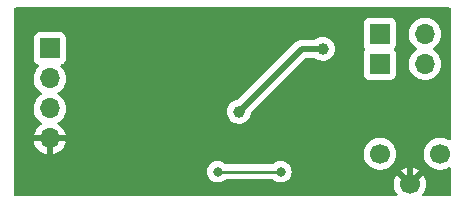
<source format=gbr>
%TF.GenerationSoftware,KiCad,Pcbnew,(6.0.6)*%
%TF.CreationDate,2023-04-07T17:46:17+02:00*%
%TF.ProjectId,LedDriver,4c656444-7269-4766-9572-2e6b69636164,rev?*%
%TF.SameCoordinates,Original*%
%TF.FileFunction,Copper,L2,Bot*%
%TF.FilePolarity,Positive*%
%FSLAX46Y46*%
G04 Gerber Fmt 4.6, Leading zero omitted, Abs format (unit mm)*
G04 Created by KiCad (PCBNEW (6.0.6)) date 2023-04-07 17:46:17*
%MOMM*%
%LPD*%
G01*
G04 APERTURE LIST*
%TA.AperFunction,ComponentPad*%
%ADD10R,1.700000X1.700000*%
%TD*%
%TA.AperFunction,ComponentPad*%
%ADD11O,1.700000X1.700000*%
%TD*%
%TA.AperFunction,ComponentPad*%
%ADD12C,1.700000*%
%TD*%
%TA.AperFunction,ViaPad*%
%ADD13C,1.000000*%
%TD*%
%TA.AperFunction,ViaPad*%
%ADD14C,0.800000*%
%TD*%
%TA.AperFunction,Conductor*%
%ADD15C,0.500000*%
%TD*%
%TA.AperFunction,Conductor*%
%ADD16C,0.250000*%
%TD*%
G04 APERTURE END LIST*
D10*
%TO.P,D1,1,A*%
%TO.N,/Vout*%
X157480000Y-81280000D03*
X157480000Y-78740000D03*
D11*
%TO.P,D1,2,K*%
%TO.N,/Vfb*%
X161290000Y-81280000D03*
X161290000Y-78740000D03*
%TD*%
D12*
%TO.P,RV1,1,1*%
%TO.N,/Vfb*%
X157480000Y-88900000D03*
%TO.P,RV1,2,2*%
%TO.N,GND*%
X160020000Y-91440000D03*
%TO.P,RV1,3,3*%
%TO.N,unconnected-(RV1-Pad3)*%
X162560000Y-88900000D03*
%TD*%
D10*
%TO.P,J1,1,P1*%
%TO.N,VCC*%
X129540000Y-79985000D03*
D11*
%TO.P,J1,2,P2*%
%TO.N,Net-(J1-Pad2)*%
X129540000Y-82525000D03*
%TO.P,J1,3,P3*%
%TO.N,Net-(J1-Pad3)*%
X129540000Y-85065000D03*
%TO.P,J1,4,P4*%
%TO.N,GND*%
X129540000Y-87605000D03*
%TD*%
D13*
%TO.N,GND*%
X154432000Y-85344000D03*
D14*
%TO.N,/CTRL*%
X143764000Y-90424000D03*
X149098000Y-90424000D03*
D13*
%TO.N,GND*%
X143764000Y-88900000D03*
%TO.N,Net-(L1-Pad2)*%
X152654000Y-80010000D03*
X145542000Y-85344000D03*
%TD*%
D15*
%TO.N,GND*%
X157734000Y-85344000D02*
X154432000Y-85344000D01*
X160020000Y-87630000D02*
X157734000Y-85344000D01*
X160020000Y-91440000D02*
X160020000Y-87630000D01*
X147320000Y-85344000D02*
X154432000Y-85344000D01*
X143764000Y-88900000D02*
X147320000Y-85344000D01*
X142469000Y-87605000D02*
X143764000Y-88900000D01*
X129540000Y-87605000D02*
X142469000Y-87605000D01*
D16*
%TO.N,/CTRL*%
X143764000Y-90424000D02*
X149098000Y-90424000D01*
D15*
%TO.N,Net-(L1-Pad2)*%
X145542000Y-85344000D02*
X149352000Y-81534000D01*
X149352000Y-81534000D02*
X150876000Y-80010000D01*
X150876000Y-80010000D02*
X152654000Y-80010000D01*
%TD*%
%TA.AperFunction,Conductor*%
%TO.N,GND*%
G36*
X163433621Y-76528502D02*
G01*
X163480114Y-76582158D01*
X163491500Y-76634500D01*
X163491500Y-87648906D01*
X163471498Y-87717027D01*
X163417842Y-87763520D01*
X163347568Y-87773624D01*
X163304610Y-87759216D01*
X163118789Y-87656638D01*
X163113920Y-87654914D01*
X163113916Y-87654912D01*
X162913087Y-87583795D01*
X162913083Y-87583794D01*
X162908212Y-87582069D01*
X162903119Y-87581162D01*
X162903116Y-87581161D01*
X162693373Y-87543800D01*
X162693367Y-87543799D01*
X162688284Y-87542894D01*
X162614452Y-87541992D01*
X162470081Y-87540228D01*
X162470079Y-87540228D01*
X162464911Y-87540165D01*
X162244091Y-87573955D01*
X162031756Y-87643357D01*
X161833607Y-87746507D01*
X161829474Y-87749610D01*
X161829471Y-87749612D01*
X161665179Y-87872966D01*
X161654965Y-87880635D01*
X161500629Y-88042138D01*
X161374743Y-88226680D01*
X161280688Y-88429305D01*
X161220989Y-88644570D01*
X161197251Y-88866695D01*
X161197548Y-88871848D01*
X161197548Y-88871851D01*
X161203011Y-88966590D01*
X161210110Y-89089715D01*
X161211247Y-89094761D01*
X161211248Y-89094767D01*
X161231119Y-89182939D01*
X161259222Y-89307639D01*
X161343266Y-89514616D01*
X161345965Y-89519020D01*
X161418118Y-89636763D01*
X161459987Y-89705088D01*
X161606250Y-89873938D01*
X161778126Y-90016632D01*
X161971000Y-90129338D01*
X162179692Y-90209030D01*
X162184760Y-90210061D01*
X162184763Y-90210062D01*
X162271919Y-90227794D01*
X162398597Y-90253567D01*
X162403772Y-90253757D01*
X162403774Y-90253757D01*
X162616673Y-90261564D01*
X162616677Y-90261564D01*
X162621837Y-90261753D01*
X162626957Y-90261097D01*
X162626959Y-90261097D01*
X162838288Y-90234025D01*
X162838289Y-90234025D01*
X162843416Y-90233368D01*
X162861995Y-90227794D01*
X163052429Y-90170661D01*
X163052434Y-90170659D01*
X163057384Y-90169174D01*
X163257994Y-90070896D01*
X163262199Y-90067896D01*
X163262205Y-90067893D01*
X163292332Y-90046403D01*
X163359405Y-90023130D01*
X163428414Y-90039813D01*
X163477447Y-90091157D01*
X163491500Y-90148982D01*
X163491500Y-92365500D01*
X163471498Y-92433621D01*
X163417842Y-92480114D01*
X163365500Y-92491500D01*
X161182447Y-92491500D01*
X161114326Y-92471498D01*
X161067833Y-92417842D01*
X161057729Y-92347568D01*
X161080124Y-92291974D01*
X161185009Y-92146011D01*
X161190313Y-92137183D01*
X161284670Y-91946267D01*
X161288469Y-91936672D01*
X161350376Y-91732915D01*
X161352555Y-91722834D01*
X161380590Y-91509887D01*
X161381109Y-91503212D01*
X161382572Y-91443364D01*
X161382378Y-91436646D01*
X161364781Y-91222604D01*
X161363096Y-91212424D01*
X161311214Y-91005875D01*
X161307894Y-90996124D01*
X161222972Y-90800814D01*
X161218105Y-90791739D01*
X161153063Y-90691197D01*
X161142377Y-90681995D01*
X161132812Y-90686398D01*
X160109095Y-91710115D01*
X160046783Y-91744141D01*
X159975968Y-91739076D01*
X159930905Y-91710115D01*
X158909849Y-90689059D01*
X158898313Y-90682759D01*
X158886031Y-90692382D01*
X158838089Y-90762662D01*
X158833004Y-90771613D01*
X158743338Y-90964783D01*
X158739775Y-90974470D01*
X158682864Y-91179681D01*
X158680933Y-91189800D01*
X158658302Y-91401574D01*
X158658050Y-91411863D01*
X158670309Y-91624477D01*
X158671745Y-91634697D01*
X158718565Y-91842446D01*
X158721645Y-91852275D01*
X158801770Y-92049603D01*
X158806413Y-92058794D01*
X158917694Y-92240388D01*
X158923772Y-92248691D01*
X158953493Y-92283003D01*
X158982975Y-92347589D01*
X158972860Y-92417861D01*
X158926358Y-92471509D01*
X158858255Y-92491500D01*
X126634500Y-92491500D01*
X126566379Y-92471498D01*
X126519886Y-92417842D01*
X126508500Y-92365500D01*
X126508500Y-90424000D01*
X142850496Y-90424000D01*
X142870458Y-90613928D01*
X142929473Y-90795556D01*
X143024960Y-90960944D01*
X143152747Y-91102866D01*
X143307248Y-91215118D01*
X143313276Y-91217802D01*
X143313278Y-91217803D01*
X143475681Y-91290109D01*
X143481712Y-91292794D01*
X143575112Y-91312647D01*
X143662056Y-91331128D01*
X143662061Y-91331128D01*
X143668513Y-91332500D01*
X143859487Y-91332500D01*
X143865939Y-91331128D01*
X143865944Y-91331128D01*
X143952888Y-91312647D01*
X144046288Y-91292794D01*
X144052319Y-91290109D01*
X144214722Y-91217803D01*
X144214724Y-91217802D01*
X144220752Y-91215118D01*
X144375253Y-91102866D01*
X144379668Y-91097963D01*
X144384580Y-91093540D01*
X144385705Y-91094789D01*
X144439014Y-91061949D01*
X144472200Y-91057500D01*
X148389800Y-91057500D01*
X148457921Y-91077502D01*
X148477147Y-91093843D01*
X148477420Y-91093540D01*
X148482332Y-91097963D01*
X148486747Y-91102866D01*
X148641248Y-91215118D01*
X148647276Y-91217802D01*
X148647278Y-91217803D01*
X148809681Y-91290109D01*
X148815712Y-91292794D01*
X148909112Y-91312647D01*
X148996056Y-91331128D01*
X148996061Y-91331128D01*
X149002513Y-91332500D01*
X149193487Y-91332500D01*
X149199939Y-91331128D01*
X149199944Y-91331128D01*
X149286888Y-91312647D01*
X149380288Y-91292794D01*
X149386319Y-91290109D01*
X149548722Y-91217803D01*
X149548724Y-91217802D01*
X149554752Y-91215118D01*
X149709253Y-91102866D01*
X149837040Y-90960944D01*
X149932527Y-90795556D01*
X149991542Y-90613928D01*
X150011504Y-90424000D01*
X150000197Y-90316427D01*
X159261223Y-90316427D01*
X159267968Y-90328758D01*
X160007188Y-91067978D01*
X160021132Y-91075592D01*
X160022965Y-91075461D01*
X160029580Y-91071210D01*
X160773389Y-90327401D01*
X160780410Y-90314544D01*
X160773611Y-90305213D01*
X160769554Y-90302518D01*
X160583117Y-90199599D01*
X160573705Y-90195369D01*
X160372959Y-90124280D01*
X160362989Y-90121646D01*
X160153327Y-90084301D01*
X160143073Y-90083331D01*
X159930116Y-90080728D01*
X159919832Y-90081448D01*
X159709321Y-90113661D01*
X159699293Y-90116050D01*
X159496868Y-90182212D01*
X159487359Y-90186209D01*
X159298466Y-90284540D01*
X159289734Y-90290039D01*
X159269677Y-90305099D01*
X159261223Y-90316427D01*
X150000197Y-90316427D01*
X149996846Y-90284540D01*
X149992232Y-90240635D01*
X149992232Y-90240633D01*
X149991542Y-90234072D01*
X149932527Y-90052444D01*
X149925235Y-90039813D01*
X149870015Y-89944171D01*
X149837040Y-89887056D01*
X149709253Y-89745134D01*
X149554752Y-89632882D01*
X149548724Y-89630198D01*
X149548722Y-89630197D01*
X149386319Y-89557891D01*
X149386318Y-89557891D01*
X149380288Y-89555206D01*
X149286887Y-89535353D01*
X149199944Y-89516872D01*
X149199939Y-89516872D01*
X149193487Y-89515500D01*
X149002513Y-89515500D01*
X148996061Y-89516872D01*
X148996056Y-89516872D01*
X148909113Y-89535353D01*
X148815712Y-89555206D01*
X148809682Y-89557891D01*
X148809681Y-89557891D01*
X148647278Y-89630197D01*
X148647276Y-89630198D01*
X148641248Y-89632882D01*
X148486747Y-89745134D01*
X148482332Y-89750037D01*
X148477420Y-89754460D01*
X148476295Y-89753211D01*
X148422986Y-89786051D01*
X148389800Y-89790500D01*
X144472200Y-89790500D01*
X144404079Y-89770498D01*
X144384853Y-89754157D01*
X144384580Y-89754460D01*
X144379668Y-89750037D01*
X144375253Y-89745134D01*
X144220752Y-89632882D01*
X144214724Y-89630198D01*
X144214722Y-89630197D01*
X144052319Y-89557891D01*
X144052318Y-89557891D01*
X144046288Y-89555206D01*
X143952887Y-89535353D01*
X143865944Y-89516872D01*
X143865939Y-89516872D01*
X143859487Y-89515500D01*
X143668513Y-89515500D01*
X143662061Y-89516872D01*
X143662056Y-89516872D01*
X143575113Y-89535353D01*
X143481712Y-89555206D01*
X143475682Y-89557891D01*
X143475681Y-89557891D01*
X143313278Y-89630197D01*
X143313276Y-89630198D01*
X143307248Y-89632882D01*
X143152747Y-89745134D01*
X143024960Y-89887056D01*
X142991985Y-89944171D01*
X142936766Y-90039813D01*
X142929473Y-90052444D01*
X142870458Y-90234072D01*
X142869768Y-90240633D01*
X142869768Y-90240635D01*
X142865154Y-90284540D01*
X142850496Y-90424000D01*
X126508500Y-90424000D01*
X126508500Y-87872966D01*
X128208257Y-87872966D01*
X128238565Y-88007446D01*
X128241645Y-88017275D01*
X128321770Y-88214603D01*
X128326413Y-88223794D01*
X128437694Y-88405388D01*
X128443777Y-88413699D01*
X128583213Y-88574667D01*
X128590580Y-88581883D01*
X128754434Y-88717916D01*
X128762881Y-88723831D01*
X128946756Y-88831279D01*
X128956042Y-88835729D01*
X129155001Y-88911703D01*
X129164899Y-88914579D01*
X129268250Y-88935606D01*
X129282299Y-88934410D01*
X129286000Y-88924065D01*
X129286000Y-88923517D01*
X129794000Y-88923517D01*
X129798064Y-88937359D01*
X129811478Y-88939393D01*
X129818184Y-88938534D01*
X129828262Y-88936392D01*
X130032255Y-88875191D01*
X130041842Y-88871433D01*
X130051513Y-88866695D01*
X156117251Y-88866695D01*
X156117548Y-88871848D01*
X156117548Y-88871851D01*
X156123011Y-88966590D01*
X156130110Y-89089715D01*
X156131247Y-89094761D01*
X156131248Y-89094767D01*
X156151119Y-89182939D01*
X156179222Y-89307639D01*
X156263266Y-89514616D01*
X156265965Y-89519020D01*
X156338118Y-89636763D01*
X156379987Y-89705088D01*
X156526250Y-89873938D01*
X156698126Y-90016632D01*
X156891000Y-90129338D01*
X157099692Y-90209030D01*
X157104760Y-90210061D01*
X157104763Y-90210062D01*
X157191919Y-90227794D01*
X157318597Y-90253567D01*
X157323772Y-90253757D01*
X157323774Y-90253757D01*
X157536673Y-90261564D01*
X157536677Y-90261564D01*
X157541837Y-90261753D01*
X157546957Y-90261097D01*
X157546959Y-90261097D01*
X157758288Y-90234025D01*
X157758289Y-90234025D01*
X157763416Y-90233368D01*
X157781995Y-90227794D01*
X157972429Y-90170661D01*
X157972434Y-90170659D01*
X157977384Y-90169174D01*
X158177994Y-90070896D01*
X158359860Y-89941173D01*
X158408429Y-89892774D01*
X158514435Y-89787137D01*
X158518096Y-89783489D01*
X158577594Y-89700689D01*
X158645435Y-89606277D01*
X158648453Y-89602077D01*
X158747430Y-89401811D01*
X158812370Y-89188069D01*
X158841529Y-88966590D01*
X158842194Y-88939393D01*
X158843074Y-88903365D01*
X158843074Y-88903361D01*
X158843156Y-88900000D01*
X158824852Y-88677361D01*
X158770431Y-88460702D01*
X158681354Y-88255840D01*
X158641906Y-88194862D01*
X158562822Y-88072617D01*
X158562820Y-88072614D01*
X158560014Y-88068277D01*
X158409670Y-87903051D01*
X158405619Y-87899852D01*
X158405615Y-87899848D01*
X158238414Y-87767800D01*
X158238410Y-87767798D01*
X158234359Y-87764598D01*
X158038789Y-87656638D01*
X158033920Y-87654914D01*
X158033916Y-87654912D01*
X157833087Y-87583795D01*
X157833083Y-87583794D01*
X157828212Y-87582069D01*
X157823119Y-87581162D01*
X157823116Y-87581161D01*
X157613373Y-87543800D01*
X157613367Y-87543799D01*
X157608284Y-87542894D01*
X157534452Y-87541992D01*
X157390081Y-87540228D01*
X157390079Y-87540228D01*
X157384911Y-87540165D01*
X157164091Y-87573955D01*
X156951756Y-87643357D01*
X156753607Y-87746507D01*
X156749474Y-87749610D01*
X156749471Y-87749612D01*
X156585179Y-87872966D01*
X156574965Y-87880635D01*
X156420629Y-88042138D01*
X156294743Y-88226680D01*
X156200688Y-88429305D01*
X156140989Y-88644570D01*
X156117251Y-88866695D01*
X130051513Y-88866695D01*
X130233095Y-88777739D01*
X130241945Y-88772464D01*
X130415328Y-88648792D01*
X130423200Y-88642139D01*
X130574052Y-88491812D01*
X130580730Y-88483965D01*
X130705003Y-88311020D01*
X130710313Y-88302183D01*
X130804670Y-88111267D01*
X130808469Y-88101672D01*
X130870377Y-87897910D01*
X130872555Y-87887837D01*
X130873986Y-87876962D01*
X130871775Y-87862778D01*
X130858617Y-87859000D01*
X129812115Y-87859000D01*
X129796876Y-87863475D01*
X129795671Y-87864865D01*
X129794000Y-87872548D01*
X129794000Y-88923517D01*
X129286000Y-88923517D01*
X129286000Y-87877115D01*
X129281525Y-87861876D01*
X129280135Y-87860671D01*
X129272452Y-87859000D01*
X128223225Y-87859000D01*
X128209694Y-87862973D01*
X128208257Y-87872966D01*
X126508500Y-87872966D01*
X126508500Y-85031695D01*
X128177251Y-85031695D01*
X128177548Y-85036848D01*
X128177548Y-85036851D01*
X128189812Y-85249547D01*
X128190110Y-85254715D01*
X128191247Y-85259761D01*
X128191248Y-85259767D01*
X128211119Y-85347939D01*
X128239222Y-85472639D01*
X128323266Y-85679616D01*
X128439987Y-85870088D01*
X128586250Y-86038938D01*
X128758126Y-86181632D01*
X128793673Y-86202404D01*
X128831955Y-86224774D01*
X128880679Y-86276412D01*
X128893750Y-86346195D01*
X128867019Y-86411967D01*
X128826562Y-86445327D01*
X128818457Y-86449546D01*
X128809738Y-86455036D01*
X128639433Y-86582905D01*
X128631726Y-86589748D01*
X128484590Y-86743717D01*
X128478104Y-86751727D01*
X128358098Y-86927649D01*
X128353000Y-86936623D01*
X128263338Y-87129783D01*
X128259775Y-87139470D01*
X128204389Y-87339183D01*
X128205912Y-87347607D01*
X128218292Y-87351000D01*
X130858344Y-87351000D01*
X130871875Y-87347027D01*
X130873180Y-87337947D01*
X130831214Y-87170875D01*
X130827894Y-87161124D01*
X130742972Y-86965814D01*
X130738105Y-86956739D01*
X130622426Y-86777926D01*
X130616136Y-86769757D01*
X130472806Y-86612240D01*
X130465273Y-86605215D01*
X130298139Y-86473222D01*
X130289556Y-86467520D01*
X130252602Y-86447120D01*
X130202631Y-86396687D01*
X130187859Y-86327245D01*
X130212975Y-86260839D01*
X130240327Y-86234232D01*
X130294166Y-86195829D01*
X130419860Y-86106173D01*
X130452952Y-86073197D01*
X130574435Y-85952137D01*
X130578096Y-85948489D01*
X130637594Y-85865689D01*
X130705435Y-85771277D01*
X130708453Y-85767077D01*
X130807430Y-85566811D01*
X130872370Y-85353069D01*
X130875427Y-85329851D01*
X144528719Y-85329851D01*
X144545268Y-85526934D01*
X144546967Y-85532858D01*
X144590312Y-85684020D01*
X144599783Y-85717050D01*
X144602602Y-85722535D01*
X144676174Y-85865689D01*
X144690187Y-85892956D01*
X144813035Y-86047953D01*
X144963650Y-86176136D01*
X145136294Y-86272624D01*
X145324392Y-86333740D01*
X145520777Y-86357158D01*
X145526912Y-86356686D01*
X145526914Y-86356686D01*
X145711830Y-86342457D01*
X145711834Y-86342456D01*
X145717972Y-86341984D01*
X145908463Y-86288798D01*
X145913967Y-86286018D01*
X145913969Y-86286017D01*
X146079495Y-86202404D01*
X146079497Y-86202403D01*
X146084996Y-86199625D01*
X146240847Y-86077861D01*
X146352518Y-85948489D01*
X146366049Y-85932813D01*
X146366050Y-85932811D01*
X146370078Y-85928145D01*
X146467769Y-85756179D01*
X146530197Y-85568513D01*
X146545038Y-85451035D01*
X146573420Y-85385958D01*
X146580949Y-85377732D01*
X149780547Y-82178134D01*
X156121500Y-82178134D01*
X156128255Y-82240316D01*
X156179385Y-82376705D01*
X156266739Y-82493261D01*
X156383295Y-82580615D01*
X156519684Y-82631745D01*
X156581866Y-82638500D01*
X158378134Y-82638500D01*
X158440316Y-82631745D01*
X158576705Y-82580615D01*
X158693261Y-82493261D01*
X158780615Y-82376705D01*
X158831745Y-82240316D01*
X158838500Y-82178134D01*
X158838500Y-81246695D01*
X159927251Y-81246695D01*
X159927548Y-81251848D01*
X159927548Y-81251851D01*
X159935926Y-81397143D01*
X159940110Y-81469715D01*
X159941247Y-81474761D01*
X159941248Y-81474767D01*
X159953257Y-81528051D01*
X159989222Y-81687639D01*
X160073266Y-81894616D01*
X160189987Y-82085088D01*
X160336250Y-82253938D01*
X160508126Y-82396632D01*
X160701000Y-82509338D01*
X160705825Y-82511180D01*
X160705826Y-82511181D01*
X160778612Y-82538975D01*
X160909692Y-82589030D01*
X160914760Y-82590061D01*
X160914763Y-82590062D01*
X161022017Y-82611883D01*
X161128597Y-82633567D01*
X161133772Y-82633757D01*
X161133774Y-82633757D01*
X161346673Y-82641564D01*
X161346677Y-82641564D01*
X161351837Y-82641753D01*
X161356957Y-82641097D01*
X161356959Y-82641097D01*
X161568288Y-82614025D01*
X161568289Y-82614025D01*
X161573416Y-82613368D01*
X161634946Y-82594908D01*
X161782429Y-82550661D01*
X161782434Y-82550659D01*
X161787384Y-82549174D01*
X161987994Y-82450896D01*
X162169860Y-82321173D01*
X162193775Y-82297342D01*
X162313400Y-82178134D01*
X162328096Y-82163489D01*
X162387594Y-82080689D01*
X162455435Y-81986277D01*
X162458453Y-81982077D01*
X162520579Y-81856375D01*
X162555136Y-81786453D01*
X162555137Y-81786451D01*
X162557430Y-81781811D01*
X162622370Y-81568069D01*
X162651529Y-81346590D01*
X162653156Y-81280000D01*
X162634852Y-81057361D01*
X162580431Y-80840702D01*
X162491354Y-80635840D01*
X162370014Y-80448277D01*
X162219670Y-80283051D01*
X162215619Y-80279852D01*
X162215615Y-80279848D01*
X162048414Y-80147800D01*
X162048410Y-80147798D01*
X162044359Y-80144598D01*
X162003053Y-80121796D01*
X161953084Y-80071364D01*
X161938312Y-80001921D01*
X161963428Y-79935516D01*
X161990780Y-79908909D01*
X162034603Y-79877650D01*
X162169860Y-79781173D01*
X162328096Y-79623489D01*
X162387594Y-79540689D01*
X162455435Y-79446277D01*
X162458453Y-79442077D01*
X162471946Y-79414777D01*
X162555136Y-79246453D01*
X162555137Y-79246451D01*
X162557430Y-79241811D01*
X162609506Y-79070410D01*
X162620865Y-79033023D01*
X162620865Y-79033021D01*
X162622370Y-79028069D01*
X162651529Y-78806590D01*
X162653156Y-78740000D01*
X162634852Y-78517361D01*
X162580431Y-78300702D01*
X162491354Y-78095840D01*
X162370014Y-77908277D01*
X162219670Y-77743051D01*
X162215619Y-77739852D01*
X162215615Y-77739848D01*
X162048414Y-77607800D01*
X162048410Y-77607798D01*
X162044359Y-77604598D01*
X161848789Y-77496638D01*
X161843920Y-77494914D01*
X161843916Y-77494912D01*
X161643087Y-77423795D01*
X161643083Y-77423794D01*
X161638212Y-77422069D01*
X161633119Y-77421162D01*
X161633116Y-77421161D01*
X161423373Y-77383800D01*
X161423367Y-77383799D01*
X161418284Y-77382894D01*
X161344452Y-77381992D01*
X161200081Y-77380228D01*
X161200079Y-77380228D01*
X161194911Y-77380165D01*
X160974091Y-77413955D01*
X160761756Y-77483357D01*
X160563607Y-77586507D01*
X160559474Y-77589610D01*
X160559471Y-77589612D01*
X160389100Y-77717530D01*
X160384965Y-77720635D01*
X160230629Y-77882138D01*
X160104743Y-78066680D01*
X160010688Y-78269305D01*
X159950989Y-78484570D01*
X159927251Y-78706695D01*
X159927548Y-78711848D01*
X159927548Y-78711851D01*
X159933011Y-78806590D01*
X159940110Y-78929715D01*
X159941247Y-78934761D01*
X159941248Y-78934767D01*
X159959107Y-79014011D01*
X159989222Y-79147639D01*
X160073266Y-79354616D01*
X160189987Y-79545088D01*
X160336250Y-79713938D01*
X160508126Y-79856632D01*
X160578595Y-79897811D01*
X160581445Y-79899476D01*
X160630169Y-79951114D01*
X160643240Y-80020897D01*
X160616509Y-80086669D01*
X160576055Y-80120027D01*
X160563607Y-80126507D01*
X160559474Y-80129610D01*
X160559471Y-80129612D01*
X160427907Y-80228393D01*
X160384965Y-80260635D01*
X160230629Y-80422138D01*
X160227715Y-80426410D01*
X160227714Y-80426411D01*
X160215404Y-80444457D01*
X160104743Y-80606680D01*
X160089003Y-80640590D01*
X160028293Y-80771379D01*
X160010688Y-80809305D01*
X159950989Y-81024570D01*
X159927251Y-81246695D01*
X158838500Y-81246695D01*
X158838500Y-80381866D01*
X158831745Y-80319684D01*
X158780615Y-80183295D01*
X158707370Y-80085564D01*
X158682522Y-80019059D01*
X158697575Y-79949676D01*
X158707370Y-79934435D01*
X158726501Y-79908909D01*
X158780615Y-79836705D01*
X158831745Y-79700316D01*
X158838500Y-79638134D01*
X158838500Y-77841866D01*
X158831745Y-77779684D01*
X158780615Y-77643295D01*
X158693261Y-77526739D01*
X158576705Y-77439385D01*
X158440316Y-77388255D01*
X158378134Y-77381500D01*
X156581866Y-77381500D01*
X156519684Y-77388255D01*
X156383295Y-77439385D01*
X156266739Y-77526739D01*
X156179385Y-77643295D01*
X156128255Y-77779684D01*
X156121500Y-77841866D01*
X156121500Y-79638134D01*
X156128255Y-79700316D01*
X156179385Y-79836705D01*
X156233499Y-79908909D01*
X156252630Y-79934435D01*
X156277478Y-80000941D01*
X156262425Y-80070324D01*
X156252632Y-80085562D01*
X156179385Y-80183295D01*
X156128255Y-80319684D01*
X156121500Y-80381866D01*
X156121500Y-82178134D01*
X149780547Y-82178134D01*
X151153276Y-80805405D01*
X151215588Y-80771379D01*
X151242371Y-80768500D01*
X151942769Y-80768500D01*
X152010890Y-80788502D01*
X152024431Y-80798546D01*
X152075650Y-80842136D01*
X152248294Y-80938624D01*
X152436392Y-80999740D01*
X152632777Y-81023158D01*
X152638912Y-81022686D01*
X152638914Y-81022686D01*
X152823830Y-81008457D01*
X152823834Y-81008456D01*
X152829972Y-81007984D01*
X153020463Y-80954798D01*
X153025967Y-80952018D01*
X153025969Y-80952017D01*
X153191495Y-80868404D01*
X153191497Y-80868403D01*
X153196996Y-80865625D01*
X153352847Y-80743861D01*
X153482078Y-80594145D01*
X153579769Y-80422179D01*
X153642197Y-80234513D01*
X153666985Y-80038295D01*
X153667380Y-80010000D01*
X153648080Y-79813167D01*
X153638421Y-79781173D01*
X153595234Y-79638134D01*
X153590916Y-79623831D01*
X153498066Y-79449204D01*
X153398535Y-79327167D01*
X153376960Y-79300713D01*
X153376957Y-79300710D01*
X153373065Y-79295938D01*
X153337865Y-79266818D01*
X153225425Y-79173799D01*
X153225421Y-79173797D01*
X153220675Y-79169870D01*
X153046701Y-79075802D01*
X152857768Y-79017318D01*
X152851643Y-79016674D01*
X152851642Y-79016674D01*
X152667204Y-78997289D01*
X152667202Y-78997289D01*
X152661075Y-78996645D01*
X152578576Y-79004153D01*
X152470251Y-79014011D01*
X152470248Y-79014012D01*
X152464112Y-79014570D01*
X152458206Y-79016308D01*
X152458202Y-79016309D01*
X152403054Y-79032540D01*
X152274381Y-79070410D01*
X152268923Y-79073263D01*
X152268919Y-79073265D01*
X152173135Y-79123340D01*
X152099110Y-79162040D01*
X152094312Y-79165898D01*
X152094310Y-79165899D01*
X152022424Y-79223697D01*
X151956802Y-79250793D01*
X151943472Y-79251500D01*
X150943063Y-79251500D01*
X150924114Y-79250067D01*
X150923907Y-79250036D01*
X150902651Y-79246802D01*
X150895359Y-79247395D01*
X150895356Y-79247395D01*
X150849991Y-79251085D01*
X150839777Y-79251500D01*
X150831707Y-79251500D01*
X150828087Y-79251922D01*
X150828069Y-79251923D01*
X150803461Y-79254792D01*
X150799100Y-79255224D01*
X150773981Y-79257267D01*
X150733661Y-79260546D01*
X150733658Y-79260547D01*
X150726363Y-79261140D01*
X150719399Y-79263396D01*
X150713440Y-79264587D01*
X150707585Y-79265971D01*
X150700319Y-79266818D01*
X150631673Y-79291735D01*
X150627545Y-79293152D01*
X150565064Y-79313393D01*
X150565062Y-79313394D01*
X150558101Y-79315649D01*
X150551846Y-79319445D01*
X150546372Y-79321951D01*
X150540942Y-79324670D01*
X150534063Y-79327167D01*
X150473016Y-79367191D01*
X150469327Y-79369518D01*
X150449135Y-79381771D01*
X150411693Y-79404491D01*
X150411688Y-79404495D01*
X150406892Y-79407405D01*
X150398516Y-79414803D01*
X150398493Y-79414777D01*
X150395503Y-79417426D01*
X150392264Y-79420134D01*
X150386148Y-79424144D01*
X150381121Y-79429451D01*
X150381117Y-79429454D01*
X150332872Y-79480383D01*
X150330494Y-79482825D01*
X145508278Y-84305041D01*
X145445966Y-84339067D01*
X145430604Y-84341427D01*
X145405952Y-84343670D01*
X145358252Y-84348011D01*
X145358250Y-84348011D01*
X145352112Y-84348570D01*
X145346206Y-84350308D01*
X145346202Y-84350309D01*
X145241076Y-84381249D01*
X145162381Y-84404410D01*
X145156923Y-84407263D01*
X145156919Y-84407265D01*
X145066147Y-84454720D01*
X144987110Y-84496040D01*
X144832975Y-84619968D01*
X144705846Y-84771474D01*
X144702879Y-84776872D01*
X144702875Y-84776877D01*
X144624095Y-84920180D01*
X144610567Y-84944787D01*
X144608706Y-84950654D01*
X144608705Y-84950656D01*
X144552627Y-85127436D01*
X144550765Y-85133306D01*
X144528719Y-85329851D01*
X130875427Y-85329851D01*
X130901529Y-85131590D01*
X130901611Y-85128240D01*
X130903074Y-85068365D01*
X130903074Y-85068361D01*
X130903156Y-85065000D01*
X130884852Y-84842361D01*
X130830431Y-84625702D01*
X130741354Y-84420840D01*
X130620014Y-84233277D01*
X130469670Y-84068051D01*
X130465619Y-84064852D01*
X130465615Y-84064848D01*
X130298414Y-83932800D01*
X130298410Y-83932798D01*
X130294359Y-83929598D01*
X130253053Y-83906796D01*
X130203084Y-83856364D01*
X130188312Y-83786921D01*
X130213428Y-83720516D01*
X130240780Y-83693909D01*
X130284603Y-83662650D01*
X130419860Y-83566173D01*
X130578096Y-83408489D01*
X130637594Y-83325689D01*
X130705435Y-83231277D01*
X130708453Y-83227077D01*
X130807430Y-83026811D01*
X130872370Y-82813069D01*
X130901529Y-82591590D01*
X130902529Y-82550661D01*
X130903074Y-82528365D01*
X130903074Y-82528361D01*
X130903156Y-82525000D01*
X130884852Y-82302361D01*
X130830431Y-82085702D01*
X130741354Y-81880840D01*
X130620014Y-81693277D01*
X130610295Y-81682596D01*
X130472798Y-81531488D01*
X130441746Y-81467642D01*
X130450141Y-81397143D01*
X130495317Y-81342375D01*
X130521761Y-81328706D01*
X130628297Y-81288767D01*
X130636705Y-81285615D01*
X130753261Y-81198261D01*
X130840615Y-81081705D01*
X130891745Y-80945316D01*
X130898500Y-80883134D01*
X130898500Y-79086866D01*
X130891745Y-79024684D01*
X130840615Y-78888295D01*
X130753261Y-78771739D01*
X130636705Y-78684385D01*
X130500316Y-78633255D01*
X130438134Y-78626500D01*
X128641866Y-78626500D01*
X128579684Y-78633255D01*
X128443295Y-78684385D01*
X128326739Y-78771739D01*
X128239385Y-78888295D01*
X128188255Y-79024684D01*
X128181500Y-79086866D01*
X128181500Y-80883134D01*
X128188255Y-80945316D01*
X128239385Y-81081705D01*
X128326739Y-81198261D01*
X128443295Y-81285615D01*
X128451704Y-81288767D01*
X128451705Y-81288768D01*
X128560451Y-81329535D01*
X128617216Y-81372176D01*
X128641916Y-81438738D01*
X128626709Y-81508087D01*
X128607316Y-81534568D01*
X128480629Y-81667138D01*
X128354743Y-81851680D01*
X128260688Y-82054305D01*
X128200989Y-82269570D01*
X128177251Y-82491695D01*
X128177548Y-82496848D01*
X128177548Y-82496851D01*
X128185865Y-82641097D01*
X128190110Y-82714715D01*
X128191247Y-82719761D01*
X128191248Y-82719767D01*
X128211119Y-82807939D01*
X128239222Y-82932639D01*
X128323266Y-83139616D01*
X128439987Y-83330088D01*
X128586250Y-83498938D01*
X128758126Y-83641632D01*
X128828595Y-83682811D01*
X128831445Y-83684476D01*
X128880169Y-83736114D01*
X128893240Y-83805897D01*
X128866509Y-83871669D01*
X128826055Y-83905027D01*
X128813607Y-83911507D01*
X128809474Y-83914610D01*
X128809471Y-83914612D01*
X128785247Y-83932800D01*
X128634965Y-84045635D01*
X128480629Y-84207138D01*
X128354743Y-84391680D01*
X128260688Y-84594305D01*
X128200989Y-84809570D01*
X128177251Y-85031695D01*
X126508500Y-85031695D01*
X126508500Y-76634500D01*
X126528502Y-76566379D01*
X126582158Y-76519886D01*
X126634500Y-76508500D01*
X163365500Y-76508500D01*
X163433621Y-76528502D01*
G37*
%TD.AperFunction*%
%TD*%
M02*

</source>
